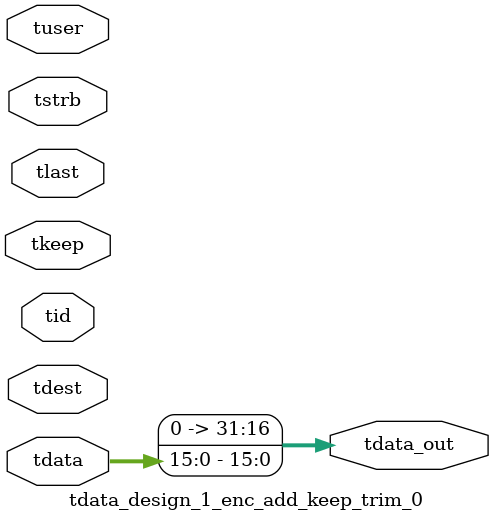
<source format=v>


`timescale 1ps/1ps

module tdata_design_1_enc_add_keep_trim_0 #
(
parameter C_S_AXIS_TDATA_WIDTH = 32,
parameter C_S_AXIS_TUSER_WIDTH = 0,
parameter C_S_AXIS_TID_WIDTH   = 0,
parameter C_S_AXIS_TDEST_WIDTH = 0,
parameter C_M_AXIS_TDATA_WIDTH = 32
)
(
input  [(C_S_AXIS_TDATA_WIDTH == 0 ? 1 : C_S_AXIS_TDATA_WIDTH)-1:0     ] tdata,
input  [(C_S_AXIS_TUSER_WIDTH == 0 ? 1 : C_S_AXIS_TUSER_WIDTH)-1:0     ] tuser,
input  [(C_S_AXIS_TID_WIDTH   == 0 ? 1 : C_S_AXIS_TID_WIDTH)-1:0       ] tid,
input  [(C_S_AXIS_TDEST_WIDTH == 0 ? 1 : C_S_AXIS_TDEST_WIDTH)-1:0     ] tdest,
input  [(C_S_AXIS_TDATA_WIDTH/8)-1:0 ] tkeep,
input  [(C_S_AXIS_TDATA_WIDTH/8)-1:0 ] tstrb,
input                                                                    tlast,
output [C_M_AXIS_TDATA_WIDTH-1:0] tdata_out
);

assign tdata_out = {tdata[15:0]};

endmodule


</source>
